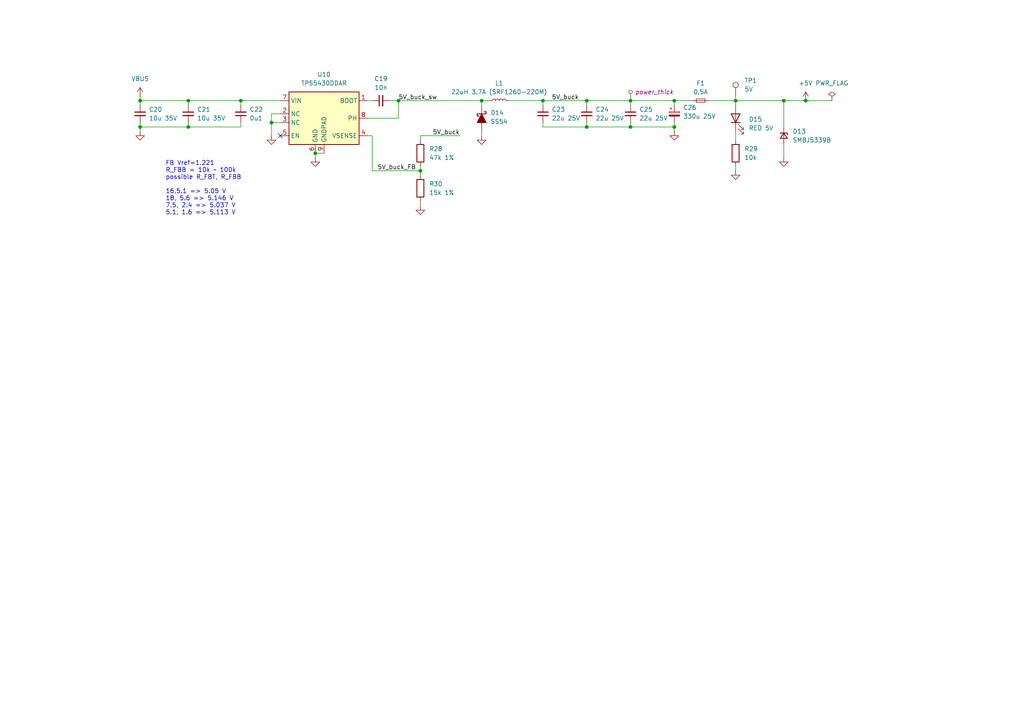
<source format=kicad_sch>
(kicad_sch (version 20231120) (generator "eeschema") (generator_version "8.0")
  (paper "A4")
  (title_block (title "HVB_LV1") (date "2024-12-01") (rev "2.0") (company "NTURacing") (comment 1 "Powertrain") (comment 2 "郭哲明 Jack Kuo"))
  (lib_symbols
    (symbol "Connector:TestPoint" (pin_numbers hide) (pin_names (offset 0.762) hide)
      (property "Reference" "TP" (at 0 6.858 0))
      (property "Value" "TestPoint" (at 0 5.08 0))
      (symbol "TestPoint_0_1"
        (circle (center 0 3.302) (radius 0.762))
      )
      (symbol "TestPoint_1_1"
        (pin passive line (at 0 0 90) (length 2.54) (name "1") (number "1"))
      )
    )
    (symbol "Device:C_Polarized_Small" (pin_numbers hide) (pin_names (offset 0.254) hide)
      (property "Reference" "C" (at 0.254 1.778 0))
      (property "Value" "C_Polarized_Small" (at 0.254 -2.032 0))
      (symbol "C_Polarized_Small_0_1"
        (rectangle (start -1.524 -0.3048) (end 1.524 -0.6858) (fill (type outline)))
        (rectangle (start -1.524 0.6858) (end 1.524 0.3048))
        (polyline (pts (xy -1.27 1.524) (xy -0.762 1.524)))
        (polyline (pts (xy -1.016 1.27) (xy -1.016 1.778)))
      )
      (symbol "C_Polarized_Small_1_1"
        (pin passive line (at 0 2.54 270) (length 1.8542) (name "~") (number "1"))
        (pin passive line (at 0 -2.54 90) (length 1.8542) (name "~") (number "2"))
      )
    )
    (symbol "Device:C_Small" (pin_numbers hide) (pin_names (offset 0.254) hide)
      (property "Reference" "C" (at 0.254 1.778 0))
      (property "Value" "C_Small" (at 0.254 -2.032 0))
      (symbol "C_Small_0_1"
        (polyline (pts (xy -1.524 -0.508) (xy 1.524 -0.508)) (stroke (width 0.3302)))
        (polyline (pts (xy -1.524 0.508) (xy 1.524 0.508)) (stroke (width 0.3048)))
      )
      (symbol "C_Small_1_1"
        (pin passive line (at 0 2.54 270) (length 2.032) (name "~") (number "1"))
        (pin passive line (at 0 -2.54 90) (length 2.032) (name "~") (number "2"))
      )
    )
    (symbol "Device:D_Zener_Small" (pin_numbers hide) (pin_names (offset 0.254) hide)
      (property "Reference" "D" (at 0 2.286 0))
      (property "Value" "D_Zener_Small" (at 0 -2.286 0))
      (symbol "D_Zener_Small_0_1"
        (polyline (pts (xy 0.762 0) (xy -0.762 0)))
        (polyline (pts (xy -0.254 1.016) (xy -0.762 1.016) (xy -0.762 -1.016)) (stroke (width 0.254)))
        (polyline (pts (xy 0.762 1.016) (xy -0.762 0) (xy 0.762 -1.016) (xy 0.762 1.016)) (stroke (width 0.254)))
      )
      (symbol "D_Zener_Small_1_1"
        (pin passive line (at -2.54 0 0) (length 1.778) (name "K") (number "1"))
        (pin passive line (at 2.54 0 180) (length 1.778) (name "A") (number "2"))
      )
    )
    (symbol "Device:Fuse_Small" (pin_numbers hide) (pin_names (offset 0.254) hide)
      (property "Reference" "F" (at 0 -1.524 0))
      (property "Value" "Fuse_Small" (at 0 1.524 0))
      (symbol "Fuse_Small_0_1"
        (rectangle (start -1.27 0.508) (end 1.27 -0.508))
        (polyline (pts (xy -1.27 0) (xy 1.27 0)))
      )
      (symbol "Fuse_Small_1_1"
        (pin passive line (at -2.54 0 0) (length 1.27) (name "~") (number "1"))
        (pin passive line (at 2.54 0 180) (length 1.27) (name "~") (number "2"))
      )
    )
    (symbol "Device:LED" (pin_numbers hide) (pin_names (offset 1.016) hide)
      (property "Reference" "D" (at 0 2.54 0))
      (property "Value" "LED" (at 0 -2.54 0))
      (symbol "LED_0_1"
        (polyline (pts (xy -1.27 -1.27) (xy -1.27 1.27)) (stroke (width 0.254)))
        (polyline (pts (xy -1.27 0) (xy 1.27 0)))
        (polyline (pts (xy 1.27 -1.27) (xy 1.27 1.27) (xy -1.27 0) (xy 1.27 -1.27)) (stroke (width 0.254)))
        (polyline (pts (xy -3.048 -0.762) (xy -4.572 -2.286) (xy -3.81 -2.286) (xy -4.572 -2.286) (xy -4.572 -1.524)))
        (polyline (pts (xy -1.778 -0.762) (xy -3.302 -2.286) (xy -2.54 -2.286) (xy -3.302 -2.286) (xy -3.302 -1.524)))
      )
      (symbol "LED_1_1"
        (pin passive line (at -3.81 0 0) (length 2.54) (name "K") (number "1"))
        (pin passive line (at 3.81 0 180) (length 2.54) (name "A") (number "2"))
      )
    )
    (symbol "Device:L_Small" (pin_numbers hide) (pin_names (offset 0.254) hide)
      (property "Reference" "L" (at 0.762 1.016 0))
      (property "Value" "L_Small" (at 0.762 -1.016 0))
      (symbol "L_Small_0_1"
        (arc (start 0 -2.032) (mid 0.5058 -1.524) (end 0 -1.016))
        (arc (start 0 -1.016) (mid 0.5058 -0.508) (end 0 0))
        (arc (start 0 0) (mid 0.5058 0.508) (end 0 1.016))
        (arc (start 0 1.016) (mid 0.5058 1.524) (end 0 2.032))
      )
      (symbol "L_Small_1_1"
        (pin passive line (at 0 2.54 270) (length 0.508) (name "~") (number "1"))
        (pin passive line (at 0 -2.54 90) (length 0.508) (name "~") (number "2"))
      )
    )
    (symbol "Device:R" (pin_numbers hide) (pin_names (offset 0))
      (property "Reference" "R" (at 2.032 0 90))
      (property "Value" "R" (at 0 0 90))
      (symbol "R_0_1"
        (rectangle (start -1.016 -2.54) (end 1.016 2.54) (stroke (width 0.254)))
      )
      (symbol "R_1_1"
        (pin passive line (at 0 3.81 270) (length 1.27) (name "~") (number "1"))
        (pin passive line (at 0 -3.81 90) (length 1.27) (name "~") (number "2"))
      )
    )
    (symbol "PCM_Diode_Schottky_AKL:SS54" (pin_numbers hide) (pin_names (offset 1.016) hide)
      (property "Reference" "D" (at 0 5.08 0))
      (property "Value" "SS54" (at 0 2.54 0))
      (symbol "SS54_0_1"
        (polyline (pts (xy -1.27 0) (xy 1.27 0)))
        (polyline (pts (xy -1.27 -1.27) (xy -1.27 1.27) (xy 1.27 0) (xy -1.27 -1.27)) (stroke (width 0.254)) (fill (type outline)))
        (polyline (pts (xy 1.905 -0.762) (xy 1.905 -1.27) (xy 1.27 -1.27) (xy 1.27 1.27) (xy 0.635 1.27) (xy 0.635 0.762)) (stroke (width 0.254)))
      )
      (symbol "SS54_0_2"
        (polyline (pts (xy -2.54 -2.54) (xy 2.54 2.54)))
        (polyline (pts (xy 0 1.778) (xy 1.778 0)) (stroke (width 0.254)))
        (polyline (pts (xy 0 1.778) (xy -0.381 1.397) (xy 0 1.016)) (stroke (width 0.254)))
        (polyline (pts (xy 1.778 0) (xy 2.159 0.381) (xy 1.778 0.762)) (stroke (width 0.254)))
        (polyline (pts (xy -0.889 -0.889) (xy -1.778 0) (xy 0.889 0.889) (xy 0 -1.778) (xy -0.889 -0.889)) (stroke (width 0.254)) (fill (type outline)))
      )
      (symbol "SS54_1_1"
        (pin passive line (at 3.81 0 180) (length 2.54) (name "K") (number "1"))
        (pin passive line (at -3.81 0 0) (length 2.54) (name "A") (number "2"))
      )
      (symbol "SS54_1_2"
        (pin passive line (at 2.54 2.54 180) (length 0) (name "K") (number "1"))
        (pin passive line (at -2.54 -2.54 0) (length 0) (name "A") (number "2"))
      )
    )
    (symbol "nturt_kicad_lib_EP6:TPS5430DDAR"
      (property "Reference" "U" (at -10.16 8.89 0))
      (property "Value" "TPS5430DDAR" (at -1.27 8.89 0))
      (symbol "TPS5430DDAR_0_1"
        (rectangle (start -10.16 7.62) (end 10.16 -7.62) (stroke (width 0.254)) (fill (type background)))
      )
      (symbol "TPS5430DDAR_1_1"
        (pin input line (at 12.7 5.08 180) (length 2.54) (name "BOOT") (number "1"))
        (pin free line (at -12.7 1.27 0) (length 2.54) (name "NC") (number "2"))
        (pin free line (at -12.7 -1.27 0) (length 2.54) (name "NC") (number "3"))
        (pin input line (at 12.7 -5.08 180) (length 2.54) (name "VSENSE") (number "4"))
        (pin input line (at -12.7 -5.08 0) (length 2.54) (name "EN") (number "5"))
        (pin power_in line (at -2.54 -10.16 90) (length 2.54) (name "GND") (number "6"))
        (pin power_in line (at -12.7 5.08 0) (length 2.54) (name "VIN") (number "7"))
        (pin output line (at 12.7 0 180) (length 2.54) (name "PH") (number "8"))
        (pin power_in line (at 0 -10.16 90) (length 2.54) (name "GNDPAD") (number "9"))
      )
    )
    (symbol "power:+5V" (power) (pin_numbers hide) (pin_names (offset 0) hide)
      (property "Value" "+5V" (at 0 3.556 0))
      (symbol "+5V_0_1"
        (polyline (pts (xy -0.762 1.27) (xy 0 2.54)))
        (polyline (pts (xy 0 0) (xy 0 2.54)))
        (polyline (pts (xy 0 2.54) (xy 0.762 1.27)))
      )
      (symbol "+5V_1_1"
        (pin power_in line (at 0 0 90) (length 0) (name "~") (number "1"))
      )
    )
    (symbol "power:GND" (power) (pin_numbers hide) (pin_names (offset 0) hide)
      (property "Value" "GND" (at 0 -3.81 0))
      (symbol "GND_0_1"
        (polyline (pts (xy 0 0) (xy 0 -1.27) (xy 1.27 -1.27) (xy 0 -2.54) (xy -1.27 -1.27) (xy 0 -1.27)))
      )
      (symbol "GND_1_1"
        (pin power_in line (at 0 0 270) (length 0) (name "~") (number "1"))
      )
    )
    (symbol "power:PWR_FLAG" (power) (pin_numbers hide) (pin_names (offset 0) hide)
      (property "Value" "PWR_FLAG" (at 0 3.81 0))
      (symbol "PWR_FLAG_0_0"
        (pin power_out line (at 0 0 90) (length 0) (name "~") (number "1"))
      )
      (symbol "PWR_FLAG_0_1"
        (polyline (pts (xy 0 0) (xy 0 1.27) (xy -1.016 1.905) (xy 0 2.54) (xy 1.016 1.905) (xy 0 1.27)))
      )
    )
    (symbol "power:VBUS" (power) (pin_numbers hide) (pin_names (offset 0) hide)
      (property "Value" "VBUS" (at 0 3.556 0))
      (symbol "VBUS_0_1"
        (polyline (pts (xy -0.762 1.27) (xy 0 2.54)))
        (polyline (pts (xy 0 0) (xy 0 2.54)))
        (polyline (pts (xy 0 2.54) (xy 0.762 1.27)))
      )
      (symbol "VBUS_1_1"
        (pin power_in line (at 0 0 90) (length 0) (name "~") (number "1"))
      )
    )
  )
  (junction (at 78.74 35.56))
  (junction (at 195.58 36.83))
  (junction (at 54.61 29.21))
  (junction (at 170.18 36.83))
  (junction (at 121.92 49.53))
  (junction (at 157.48 29.21))
  (junction (at 40.64 36.83))
  (junction (at 91.44 44.45))
  (junction (at 139.7 29.21))
  (junction (at 182.88 29.21))
  (junction (at 195.58 29.21))
  (junction (at 69.85 29.21))
  (junction (at 170.18 29.21))
  (junction (at 227.33 29.21))
  (junction (at 40.64 29.21))
  (junction (at 54.61 36.83))
  (junction (at 115.57 29.21))
  (junction (at 213.36 29.21))
  (junction (at 182.88 36.83))
  (junction (at 233.68 29.21))
  (no_connect (at 81.28 39.37))
  (wire (pts (xy 106.68 29.21) (xy 107.95 29.21)))
  (wire (pts (xy 121.92 59.69) (xy 121.92 58.42)))
  (wire (pts (xy 121.92 39.37) (xy 121.92 40.64)))
  (wire (pts (xy 157.48 36.83) (xy 170.18 36.83)))
  (wire (pts (xy 170.18 36.83) (xy 170.18 35.56)))
  (wire (pts (xy 91.44 45.72) (xy 91.44 44.45)))
  (wire (pts (xy 91.44 44.45) (xy 93.98 44.45)))
  (wire (pts (xy 227.33 29.21) (xy 233.68 29.21)))
  (wire (pts (xy 69.85 35.56) (xy 69.85 36.83)))
  (wire (pts (xy 170.18 29.21) (xy 182.88 29.21)))
  (wire (pts (xy 54.61 29.21) (xy 54.61 30.48)))
  (wire (pts (xy 121.92 49.53) (xy 121.92 50.8)))
  (wire (pts (xy 78.74 33.02) (xy 78.74 35.56)))
  (wire (pts (xy 182.88 29.21) (xy 195.58 29.21)))
  (wire (pts (xy 213.36 49.53) (xy 213.36 48.26)))
  (wire (pts (xy 40.64 29.21) (xy 54.61 29.21)))
  (wire (pts (xy 78.74 35.56) (xy 81.28 35.56)))
  (wire (pts (xy 213.36 29.21) (xy 213.36 30.48)))
  (wire (pts (xy 139.7 30.48) (xy 139.7 29.21)))
  (wire (pts (xy 113.03 29.21) (xy 115.57 29.21)))
  (wire (pts (xy 227.33 36.83) (xy 227.33 29.21)))
  (wire (pts (xy 213.36 27.94) (xy 213.36 29.21)))
  (wire (pts (xy 107.95 39.37) (xy 106.68 39.37)))
  (wire (pts (xy 147.32 29.21) (xy 157.48 29.21)))
  (wire (pts (xy 182.88 30.48) (xy 182.88 29.21)))
  (wire (pts (xy 170.18 36.83) (xy 182.88 36.83)))
  (wire (pts (xy 78.74 39.37) (xy 78.74 35.56)))
  (wire (pts (xy 139.7 39.37) (xy 139.7 38.1)))
  (wire (pts (xy 213.36 29.21) (xy 227.33 29.21)))
  (wire (pts (xy 213.36 40.64) (xy 213.36 38.1)))
  (wire (pts (xy 54.61 29.21) (xy 69.85 29.21)))
  (wire (pts (xy 115.57 29.21) (xy 139.7 29.21)))
  (wire (pts (xy 69.85 30.48) (xy 69.85 29.21)))
  (wire (pts (xy 69.85 29.21) (xy 81.28 29.21)))
  (wire (pts (xy 40.64 27.94) (xy 40.64 29.21)))
  (wire (pts (xy 195.58 38.1) (xy 195.58 36.83)))
  (wire (pts (xy 157.48 30.48) (xy 157.48 29.21)))
  (wire (pts (xy 182.88 36.83) (xy 182.88 35.56)))
  (wire (pts (xy 81.28 33.02) (xy 78.74 33.02)))
  (wire (pts (xy 40.64 36.83) (xy 40.64 35.56)))
  (wire (pts (xy 157.48 36.83) (xy 157.48 35.56)))
  (wire (pts (xy 182.88 36.83) (xy 195.58 36.83)))
  (wire (pts (xy 69.85 36.83) (xy 54.61 36.83)))
  (wire (pts (xy 195.58 29.21) (xy 195.58 30.48)))
  (wire (pts (xy 139.7 29.21) (xy 142.24 29.21)))
  (wire (pts (xy 195.58 29.21) (xy 200.66 29.21)))
  (wire (pts (xy 40.64 36.83) (xy 54.61 36.83)))
  (wire (pts (xy 107.95 49.53) (xy 107.95 39.37)))
  (wire (pts (xy 115.57 29.21) (xy 115.57 34.29)))
  (wire (pts (xy 241.3 29.21) (xy 233.68 29.21)))
  (wire (pts (xy 107.95 49.53) (xy 121.92 49.53)))
  (wire (pts (xy 195.58 35.56) (xy 195.58 36.83)))
  (wire (pts (xy 227.33 45.72) (xy 227.33 41.91)))
  (wire (pts (xy 170.18 30.48) (xy 170.18 29.21)))
  (wire (pts (xy 40.64 29.21) (xy 40.64 30.48)))
  (wire (pts (xy 40.64 36.83) (xy 40.64 38.1)))
  (wire (pts (xy 106.68 34.29) (xy 115.57 34.29)))
  (wire (pts (xy 157.48 29.21) (xy 170.18 29.21)))
  (wire (pts (xy 133.35 39.37) (xy 121.92 39.37)))
  (wire (pts (xy 205.74 29.21) (xy 213.36 29.21)))
  (wire (pts (xy 121.92 48.26) (xy 121.92 49.53)))
  (wire (pts (xy 54.61 36.83) (xy 54.61 35.56)))
  (text "FB Vref=1.221\nR_FBB = 10k ~ 100k\npossible R_FBT, R_FBB\n\n16,5.1 => 5.05 V\n18, 5.6 => 5.146 V\n7.5, 2.4 => 5.037 V\n5.1, 1.6 => 5.113 V" (at 48.006 62.484 0) (effects (font (size 1.27 1.27)) (justify left bottom)))
  (label "5V_buck" (at 133.35 39.37 180))
  (label "5V_buck_FB" (at 120.65 49.53 180))
  (label "5V_buck" (at 160.02 29.21 0))
  (label "5V_buck_sw" (at 115.57 29.21 0))
  (netclass_flag "" (length 2.54) (shape round) (at 182.88 29.21 0) (property "Netclass" "power_thick" (at 184.15 26.67 0) (effects (font (italic yes)) (justify left))))
  (symbol (lib_id "power:GND") (at 121.92 59.69 0) (unit 1)
    (property "Reference" "#PWR0103" (effects (hide yes)))
    (property "Value" "GND" (effects (hide yes)))
    (property "Description" "Power symbol creates a global label with name \"GND\" , ground" (effects (hide yes)))
  )
  (symbol (lib_id "power:GND") (at 213.36 49.53 0) (unit 1)
    (property "Reference" "#PWR0102" (effects (hide yes)))
    (property "Value" "GND" (effects (hide yes)))
    (property "Description" "Power symbol creates a global label with name \"GND\" , ground" (effects (hide yes)))
  )
  (symbol (lib_id "Device:C_Small") (at 40.64 33.02 0) (unit 1)
    (property "Reference" "C20" (at 43.18 31.7562 0) (effects (justify left)))
    (property "Value" "10u 35V" (at 43.18 34.2962 0) (effects (justify left)))
    (property "Footprint" "Capacitor_SMD:C_1206_3216Metric" (effects (hide yes)))
    (property "Description" "Unpolarized capacitor, small symbol" (effects (hide yes)))
  )
  (symbol (lib_id "power:GND") (at 227.33 45.72 0) (unit 1)
    (property "Reference" "#PWR097" (effects (hide yes)))
    (property "Value" "GND" (effects (hide yes)))
    (property "Description" "Power symbol creates a global label with name \"GND\" , ground" (effects (hide yes)))
  )
  (symbol (lib_id "Device:C_Small") (at 69.85 33.02 180) (unit 1)
    (property "Reference" "C22" (at 72.39 31.7435 0) (effects (justify right)))
    (property "Value" "0u1" (at 72.39 34.2835 0) (effects (justify right)))
    (property "Footprint" "Capacitor_SMD:C_0603_1608Metric" (effects (hide yes)))
    (property "Description" "Unpolarized capacitor, small symbol" (effects (hide yes)))
  )
  (symbol (lib_id "nturt_kicad_lib_EP6:TPS5430DDAR") (at 93.98 34.29 0) (unit 1)
    (property "Reference" "U10" (at 93.98 21.59 0))
    (property "Value" "TPS5430DDAR" (at 93.98 24.13 0))
    (property "Footprint" "Package_SO:TI_SO-PowerPAD-8_ThermalVias" (effects (hide yes)))
    (property "Datasheet" "http://www.ti.com/lit/ds/symlink/tps5430.pdf" (effects (hide yes)))
    (property "Description" "3A, Step Down Swift Converter, Adjustable Output Voltage, 5.5-36V Input Voltage, PowerSO-8" (effects (hide yes)))
  )
  (symbol (lib_id "Connector:TestPoint") (at 213.36 27.94 0) (unit 1)
    (property "Reference" "TP1" (at 215.9 23.368 0) (effects (justify left)))
    (property "Value" "5V" (at 215.9 25.908 0) (effects (justify left)))
    (property "Footprint" "TestPoint:TestPoint_Pad_D1.0mm" (effects (hide yes)))
    (property "Description" "test point" (effects (hide yes)))
  )
  (symbol (lib_id "power:GND") (at 78.74 39.37 0) (unit 1)
    (property "Reference" "#PWR03" (effects (hide yes)))
    (property "Value" "GND" (effects (hide yes)))
    (property "Description" "Power symbol creates a global label with name \"GND\" , ground" (effects (hide yes)))
  )
  (symbol (lib_id "Device:C_Small") (at 170.18 33.02 0) (unit 1)
    (property "Reference" "C24" (at 172.72 31.7562 0) (effects (justify left)))
    (property "Value" "22u 25V" (at 172.72 34.2962 0) (effects (justify left)))
    (property "Footprint" "Capacitor_SMD:C_1206_3216Metric" (effects (hide yes)))
    (property "Description" "Unpolarized capacitor, small symbol" (effects (hide yes)))
  )
  (symbol (lib_id "power:VBUS") (at 40.64 27.94 0) (unit 1)
    (property "Reference" "#PWR095" (effects (hide yes)))
    (property "Value" "VBUS" (at 40.64 22.86 0))
    (property "Description" "Power symbol creates a global label with name \"VBUS\"" (effects (hide yes)))
  )
  (symbol (lib_id "power:GND") (at 91.44 45.72 0) (unit 1)
    (property "Reference" "#PWR0101" (effects (hide yes)))
    (property "Value" "GND" (effects (hide yes)))
    (property "Description" "Power symbol creates a global label with name \"GND\" , ground" (effects (hide yes)))
  )
  (symbol (lib_id "power:+5V") (at 233.68 29.21 0) (unit 1)
    (property "Reference" "#PWR096" (effects (hide yes)))
    (property "Value" "+5V" (at 233.68 24.13 0))
    (property "Description" "Power symbol creates a global label with name \"+5V\"" (effects (hide yes)))
  )
  (symbol (lib_id "Device:Fuse_Small") (at 203.2 29.21 0) (unit 1)
    (property "Reference" "F1" (at 203.2 24.13 0))
    (property "Value" "0.5A" (at 203.2 26.67 0))
    (property "Footprint" "Fuse:Fuse_1206_3216Metric" (effects (hide yes)))
    (property "Description" "Fuse, small symbol" (effects (hide yes)))
  )
  (symbol (lib_id "Device:R") (at 121.92 54.61 0) (unit 1)
    (property "Reference" "R30" (at 124.46 53.34 0) (effects (justify left)))
    (property "Value" "15k 1%" (at 124.46 55.88 0) (effects (justify left)))
    (property "Footprint" "Resistor_SMD:R_0603_1608Metric" (effects (hide yes)))
    (property "Description" "Resistor" (effects (hide yes)))
  )
  (symbol (lib_id "power:GND") (at 195.58 38.1 0) (unit 1)
    (property "Reference" "#PWR098" (effects (hide yes)))
    (property "Value" "GND" (effects (hide yes)))
    (property "Description" "Power symbol creates a global label with name \"GND\" , ground" (effects (hide yes)))
  )
  (symbol (lib_id "PCM_Diode_Schottky_AKL:SS54") (at 139.7 34.29 90) (unit 1)
    (property "Reference" "D14" (at 142.24 32.7024 90) (effects (justify right)))
    (property "Value" "SS54" (at 142.24 35.2424 90) (effects (justify right)))
    (property "Footprint" "Diode_SMD:D_SMA" (effects (hide yes)))
    (property "Datasheet" "https://www.laro.com.pl/pdf/ss56.pdf" (effects (hide yes)))
    (property "Description" "SMC Schottky diode, 40V, 5A, Alternate KiCAD Library" (effects (hide yes)))
  )
  (symbol (lib_id "Device:R") (at 121.92 44.45 0) (unit 1)
    (property "Reference" "R28" (at 124.46 43.18 0) (effects (justify left)))
    (property "Value" "47k 1%" (at 124.46 45.72 0) (effects (justify left)))
    (property "Footprint" "Resistor_SMD:R_0603_1608Metric" (effects (hide yes)))
    (property "Description" "Resistor" (effects (hide yes)))
  )
  (symbol (lib_id "Device:C_Polarized_Small") (at 195.58 33.02 0) (unit 1)
    (property "Reference" "C26" (at 198.12 31.2038 0) (effects (justify left)))
    (property "Value" "330u 25V" (at 198.12 33.7438 0) (effects (justify left)))
    (property "Footprint" "Capacitor_THT:CP_Radial_D8.0mm_P3.80mm" (effects (hide yes)))
    (property "Description" "Polarized capacitor, small symbol" (effects (hide yes)))
  )
  (symbol (lib_id "Device:C_Small") (at 157.48 33.02 0) (unit 1)
    (property "Reference" "C23" (at 160.02 31.7562 0) (effects (justify left)))
    (property "Value" "22u 25V" (at 160.02 34.2962 0) (effects (justify left)))
    (property "Footprint" "Capacitor_SMD:C_1206_3216Metric" (effects (hide yes)))
    (property "Description" "Unpolarized capacitor, small symbol" (effects (hide yes)))
  )
  (symbol (lib_id "Device:L_Small") (at 144.78 29.21 90) (unit 1)
    (property "Reference" "L1" (at 144.78 24.13 90))
    (property "Value" "22uH 3.7A (SRF1260-220M)" (at 144.78 26.67 90))
    (property "Footprint" "Inductor_SMD:L_Bourns_SRR1260" (effects (hide yes)))
    (property "Description" "Inductor, small symbol" (effects (hide yes)))
  )
  (symbol (lib_id "Device:R") (at 213.36 44.45 0) (unit 1)
    (property "Reference" "R29" (at 215.9 43.18 0) (effects (justify left)))
    (property "Value" "10k" (at 215.9 45.72 0) (effects (justify left)))
    (property "Footprint" "Resistor_SMD:R_0603_1608Metric" (effects (hide yes)))
    (property "Description" "Resistor" (effects (hide yes)))
  )
  (symbol (lib_id "Device:LED") (at 213.36 34.29 90) (unit 1)
    (property "Reference" "D15" (at 217.17 34.6074 90) (effects (justify right)))
    (property "Value" "RED 5V" (at 217.17 37.1474 90) (effects (justify right)))
    (property "Footprint" "LED_SMD:LED_0603_1608Metric" (effects (hide yes)))
    (property "Description" "Light emitting diode" (effects (hide yes)))
  )
  (symbol (lib_id "power:PWR_FLAG") (at 241.3 29.21 0) (unit 1)
    (property "Reference" "#FLG03" (effects (hide yes)))
    (property "Value" "PWR_FLAG" (at 241.3 24.13 0))
    (property "Description" "Special symbol for telling ERC where power comes from" (effects (hide yes)))
  )
  (symbol (lib_id "Device:D_Zener_Small") (at 227.33 39.37 270) (unit 1)
    (property "Reference" "D13" (at 229.87 38.1 90) (effects (justify left)))
    (property "Value" "SMBJ5339B" (at 229.87 40.64 90) (effects (justify left)))
    (property "Footprint" "Diode_SMD:D_SOD-123" (effects (hide yes)))
    (property "Description" "Zener diode, small symbol" (effects (hide yes)))
  )
  (symbol (lib_id "Device:C_Small") (at 54.61 33.02 0) (unit 1)
    (property "Reference" "C21" (at 57.15 31.7562 0) (effects (justify left)))
    (property "Value" "10u 35V" (at 57.15 34.2962 0) (effects (justify left)))
    (property "Footprint" "Capacitor_SMD:C_1206_3216Metric" (effects (hide yes)))
    (property "Description" "Unpolarized capacitor, small symbol" (effects (hide yes)))
  )
  (symbol (lib_id "Device:C_Small") (at 110.49 29.21 90) (unit 1)
    (property "Reference" "C19" (at 110.4963 22.86 90))
    (property "Value" "10n" (at 110.4963 25.4 90))
    (property "Footprint" "Capacitor_SMD:C_0402_1005Metric" (effects (hide yes)))
    (property "Description" "Unpolarized capacitor, small symbol" (effects (hide yes)))
  )
  (symbol (lib_id "power:GND") (at 139.7 39.37 0) (unit 1)
    (property "Reference" "#PWR0100" (effects (hide yes)))
    (property "Value" "GND" (effects (hide yes)))
    (property "Description" "Power symbol creates a global label with name \"GND\" , ground" (effects (hide yes)))
  )
  (symbol (lib_id "Device:C_Small") (at 182.88 33.02 0) (unit 1)
    (property "Reference" "C25" (at 185.42 31.7562 0) (effects (justify left)))
    (property "Value" "22u 25V" (at 185.42 34.2962 0) (effects (justify left)))
    (property "Footprint" "Capacitor_SMD:C_1206_3216Metric" (effects (hide yes)))
    (property "Description" "Unpolarized capacitor, small symbol" (effects (hide yes)))
  )
  (symbol (lib_id "power:GND") (at 40.64 38.1 0) (unit 1)
    (property "Reference" "#PWR099" (effects (hide yes)))
    (property "Value" "GND" (effects (hide yes)))
    (property "Description" "Power symbol creates a global label with name \"GND\" , ground" (effects (hide yes)))
  )
)
</source>
